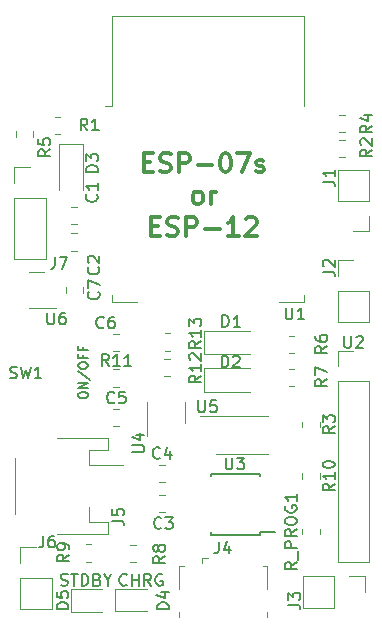
<source format=gto>
G04 #@! TF.GenerationSoftware,KiCad,Pcbnew,(5.1.12)-1*
G04 #@! TF.CreationDate,2021-12-21T15:59:21+01:00*
G04 #@! TF.ProjectId,iot-postbox,696f742d-706f-4737-9462-6f782e6b6963,v0.3*
G04 #@! TF.SameCoordinates,Original*
G04 #@! TF.FileFunction,Legend,Top*
G04 #@! TF.FilePolarity,Positive*
%FSLAX46Y46*%
G04 Gerber Fmt 4.6, Leading zero omitted, Abs format (unit mm)*
G04 Created by KiCad (PCBNEW (5.1.12)-1) date 2021-12-21 15:59:21*
%MOMM*%
%LPD*%
G01*
G04 APERTURE LIST*
%ADD10C,0.300000*%
%ADD11C,0.150000*%
%ADD12C,0.120000*%
G04 APERTURE END LIST*
D10*
X111285653Y-113901254D02*
X111818986Y-113901254D01*
X112047558Y-114739349D02*
X111285653Y-114739349D01*
X111285653Y-113139349D01*
X112047558Y-113139349D01*
X112657081Y-114663159D02*
X112885653Y-114739349D01*
X113266605Y-114739349D01*
X113418986Y-114663159D01*
X113495177Y-114586968D01*
X113571367Y-114434587D01*
X113571367Y-114282206D01*
X113495177Y-114129825D01*
X113418986Y-114053635D01*
X113266605Y-113977444D01*
X112961843Y-113901254D01*
X112809462Y-113825063D01*
X112733272Y-113748873D01*
X112657081Y-113596492D01*
X112657081Y-113444111D01*
X112733272Y-113291730D01*
X112809462Y-113215540D01*
X112961843Y-113139349D01*
X113342796Y-113139349D01*
X113571367Y-113215540D01*
X114257081Y-114739349D02*
X114257081Y-113139349D01*
X114866605Y-113139349D01*
X115018986Y-113215540D01*
X115095177Y-113291730D01*
X115171367Y-113444111D01*
X115171367Y-113672682D01*
X115095177Y-113825063D01*
X115018986Y-113901254D01*
X114866605Y-113977444D01*
X114257081Y-113977444D01*
X115857081Y-114129825D02*
X117076129Y-114129825D01*
X118142796Y-113139349D02*
X118295177Y-113139349D01*
X118447558Y-113215540D01*
X118523748Y-113291730D01*
X118599939Y-113444111D01*
X118676129Y-113748873D01*
X118676129Y-114129825D01*
X118599939Y-114434587D01*
X118523748Y-114586968D01*
X118447558Y-114663159D01*
X118295177Y-114739349D01*
X118142796Y-114739349D01*
X117990415Y-114663159D01*
X117914224Y-114586968D01*
X117838034Y-114434587D01*
X117761843Y-114129825D01*
X117761843Y-113748873D01*
X117838034Y-113444111D01*
X117914224Y-113291730D01*
X117990415Y-113215540D01*
X118142796Y-113139349D01*
X119209462Y-113139349D02*
X120276129Y-113139349D01*
X119590415Y-114739349D01*
X120809462Y-114663159D02*
X120961843Y-114739349D01*
X121266605Y-114739349D01*
X121418986Y-114663159D01*
X121495177Y-114510778D01*
X121495177Y-114434587D01*
X121418986Y-114282206D01*
X121266605Y-114206016D01*
X121038034Y-114206016D01*
X120885653Y-114129825D01*
X120809462Y-113977444D01*
X120809462Y-113901254D01*
X120885653Y-113748873D01*
X121038034Y-113672682D01*
X121266605Y-113672682D01*
X121418986Y-113748873D01*
X115742796Y-117439349D02*
X115590415Y-117363159D01*
X115514224Y-117286968D01*
X115438034Y-117134587D01*
X115438034Y-116677444D01*
X115514224Y-116525063D01*
X115590415Y-116448873D01*
X115742796Y-116372682D01*
X115971367Y-116372682D01*
X116123748Y-116448873D01*
X116199939Y-116525063D01*
X116276129Y-116677444D01*
X116276129Y-117134587D01*
X116199939Y-117286968D01*
X116123748Y-117363159D01*
X115971367Y-117439349D01*
X115742796Y-117439349D01*
X116961843Y-117439349D02*
X116961843Y-116372682D01*
X116961843Y-116677444D02*
X117038034Y-116525063D01*
X117114224Y-116448873D01*
X117266605Y-116372682D01*
X117418986Y-116372682D01*
X111933272Y-119301254D02*
X112466605Y-119301254D01*
X112695177Y-120139349D02*
X111933272Y-120139349D01*
X111933272Y-118539349D01*
X112695177Y-118539349D01*
X113304700Y-120063159D02*
X113533272Y-120139349D01*
X113914224Y-120139349D01*
X114066605Y-120063159D01*
X114142796Y-119986968D01*
X114218986Y-119834587D01*
X114218986Y-119682206D01*
X114142796Y-119529825D01*
X114066605Y-119453635D01*
X113914224Y-119377444D01*
X113609462Y-119301254D01*
X113457081Y-119225063D01*
X113380891Y-119148873D01*
X113304700Y-118996492D01*
X113304700Y-118844111D01*
X113380891Y-118691730D01*
X113457081Y-118615540D01*
X113609462Y-118539349D01*
X113990415Y-118539349D01*
X114218986Y-118615540D01*
X114904700Y-120139349D02*
X114904700Y-118539349D01*
X115514224Y-118539349D01*
X115666605Y-118615540D01*
X115742796Y-118691730D01*
X115818986Y-118844111D01*
X115818986Y-119072682D01*
X115742796Y-119225063D01*
X115666605Y-119301254D01*
X115514224Y-119377444D01*
X114904700Y-119377444D01*
X116504700Y-119529825D02*
X117723748Y-119529825D01*
X119323748Y-120139349D02*
X118409462Y-120139349D01*
X118866605Y-120139349D02*
X118866605Y-118539349D01*
X118714224Y-118767920D01*
X118561843Y-118920301D01*
X118409462Y-118996492D01*
X119933272Y-118691730D02*
X120009462Y-118615540D01*
X120161843Y-118539349D01*
X120542796Y-118539349D01*
X120695177Y-118615540D01*
X120771367Y-118691730D01*
X120847558Y-118844111D01*
X120847558Y-118996492D01*
X120771367Y-119225063D01*
X119857081Y-120139349D01*
X120847558Y-120139349D01*
D11*
X105751684Y-133696547D02*
X105751684Y-133544166D01*
X105789780Y-133467976D01*
X105865970Y-133391785D01*
X106018351Y-133353690D01*
X106285018Y-133353690D01*
X106437399Y-133391785D01*
X106513589Y-133467976D01*
X106551684Y-133544166D01*
X106551684Y-133696547D01*
X106513589Y-133772738D01*
X106437399Y-133848928D01*
X106285018Y-133887024D01*
X106018351Y-133887024D01*
X105865970Y-133848928D01*
X105789780Y-133772738D01*
X105751684Y-133696547D01*
X106551684Y-133010833D02*
X105751684Y-133010833D01*
X106551684Y-132553690D01*
X105751684Y-132553690D01*
X105713589Y-131601309D02*
X106742160Y-132287024D01*
X105751684Y-131182262D02*
X105751684Y-131029881D01*
X105789780Y-130953690D01*
X105865970Y-130877500D01*
X106018351Y-130839405D01*
X106285018Y-130839405D01*
X106437399Y-130877500D01*
X106513589Y-130953690D01*
X106551684Y-131029881D01*
X106551684Y-131182262D01*
X106513589Y-131258452D01*
X106437399Y-131334643D01*
X106285018Y-131372738D01*
X106018351Y-131372738D01*
X105865970Y-131334643D01*
X105789780Y-131258452D01*
X105751684Y-131182262D01*
X106132637Y-130229881D02*
X106132637Y-130496547D01*
X106551684Y-130496547D02*
X105751684Y-130496547D01*
X105751684Y-130115595D01*
X106132637Y-129544166D02*
X106132637Y-129810833D01*
X106551684Y-129810833D02*
X105751684Y-129810833D01*
X105751684Y-129429881D01*
D12*
X100339000Y-114310000D02*
X101669000Y-114310000D01*
X100339000Y-115640000D02*
X100339000Y-114310000D01*
X100339000Y-116910000D02*
X102999000Y-116910000D01*
X102999000Y-116910000D02*
X102999000Y-122050000D01*
X100339000Y-116910000D02*
X100339000Y-122050000D01*
X100339000Y-122050000D02*
X102999000Y-122050000D01*
X127702000Y-147748000D02*
X130362000Y-147748000D01*
X127702000Y-132448000D02*
X127702000Y-147748000D01*
X130362000Y-132448000D02*
X130362000Y-147748000D01*
X127702000Y-132448000D02*
X130362000Y-132448000D01*
X127702000Y-131178000D02*
X127702000Y-129848000D01*
X127702000Y-129848000D02*
X129032000Y-129848000D01*
X102225000Y-126260000D02*
X103900000Y-126260000D01*
X102225000Y-126260000D02*
X101575000Y-126260000D01*
X102225000Y-123140000D02*
X102875000Y-123140000D01*
X102225000Y-123140000D02*
X101575000Y-123140000D01*
X119650000Y-135390000D02*
X116050000Y-135390000D01*
X119650000Y-135390000D02*
X121850000Y-135390000D01*
X119650000Y-138610000D02*
X117450000Y-138610000D01*
X119650000Y-138610000D02*
X121850000Y-138610000D01*
X111590000Y-134150000D02*
X111590000Y-137100000D01*
X114810000Y-135950000D02*
X114810000Y-134150000D01*
D11*
X121125000Y-145225000D02*
X122425000Y-145225000D01*
X121125000Y-140275000D02*
X116975000Y-140275000D01*
X121125000Y-145425000D02*
X116975000Y-145425000D01*
X121125000Y-140275000D02*
X121125000Y-140475000D01*
X116975000Y-140275000D02*
X116975000Y-140475000D01*
X116975000Y-145425000D02*
X116975000Y-145225000D01*
X121125000Y-145425000D02*
X121125000Y-145225000D01*
D12*
X108640000Y-109130000D02*
X108030000Y-109130000D01*
X108640000Y-109130000D02*
X108640000Y-101510000D01*
X108640000Y-125750000D02*
X108640000Y-125130000D01*
X110760000Y-125750000D02*
X108640000Y-125750000D01*
X124880000Y-125750000D02*
X122760000Y-125750000D01*
X124880000Y-125130000D02*
X124880000Y-125750000D01*
X124880000Y-101510000D02*
X124880000Y-109130000D01*
X108640000Y-101510000D02*
X124880000Y-101510000D01*
X124705000Y-145397064D02*
X124705000Y-144942936D01*
X126175000Y-145397064D02*
X126175000Y-144942936D01*
X113527064Y-128365000D02*
X113072936Y-128365000D01*
X113527064Y-129835000D02*
X113072936Y-129835000D01*
X113022936Y-131985000D02*
X113477064Y-131985000D01*
X113022936Y-130515000D02*
X113477064Y-130515000D01*
X108722936Y-132885000D02*
X109177064Y-132885000D01*
X108722936Y-131415000D02*
X109177064Y-131415000D01*
X126175000Y-140232936D02*
X126175000Y-140687064D01*
X124705000Y-140232936D02*
X124705000Y-140687064D01*
X106402936Y-146235000D02*
X106857064Y-146235000D01*
X106402936Y-147705000D02*
X106857064Y-147705000D01*
X110597064Y-146305000D02*
X110142936Y-146305000D01*
X110597064Y-147775000D02*
X110142936Y-147775000D01*
X123572936Y-130075000D02*
X124027064Y-130075000D01*
X123572936Y-128605000D02*
X124027064Y-128605000D01*
X123572936Y-132850000D02*
X124027064Y-132850000D01*
X123572936Y-131380000D02*
X124027064Y-131380000D01*
X100459000Y-111262936D02*
X100459000Y-111717064D01*
X101929000Y-111262936D02*
X101929000Y-111717064D01*
X127860936Y-109855000D02*
X128315064Y-109855000D01*
X127860936Y-111325000D02*
X128315064Y-111325000D01*
X126175000Y-135862936D02*
X126175000Y-136317064D01*
X124705000Y-135862936D02*
X124705000Y-136317064D01*
X127860936Y-111975000D02*
X128315064Y-111975000D01*
X127860936Y-113445000D02*
X128315064Y-113445000D01*
X103757936Y-111515000D02*
X104212064Y-111515000D01*
X103757936Y-110045000D02*
X104212064Y-110045000D01*
X100850000Y-146490000D02*
X102180000Y-146490000D01*
X100850000Y-147820000D02*
X100850000Y-146490000D01*
X100850000Y-149090000D02*
X103510000Y-149090000D01*
X103510000Y-149090000D02*
X103510000Y-151690000D01*
X100850000Y-149090000D02*
X100850000Y-151690000D01*
X100850000Y-151690000D02*
X103510000Y-151690000D01*
X103990000Y-137250000D02*
X108240000Y-137250000D01*
X108240000Y-137250000D02*
X108240000Y-138270000D01*
X108240000Y-138270000D02*
X106640000Y-138270000D01*
X106640000Y-138270000D02*
X106640000Y-139550000D01*
X106640000Y-139550000D02*
X109530000Y-139550000D01*
X103990000Y-145370000D02*
X108240000Y-145370000D01*
X108240000Y-145370000D02*
X108240000Y-144350000D01*
X108240000Y-144350000D02*
X106640000Y-144350000D01*
X106640000Y-144350000D02*
X106640000Y-143070000D01*
X100420000Y-138970000D02*
X100420000Y-143650000D01*
X116250000Y-147830000D02*
X116250000Y-147380000D01*
X116700000Y-147380000D02*
X116250000Y-147380000D01*
X114250000Y-148060000D02*
X114670000Y-148060000D01*
X114250000Y-150040000D02*
X114250000Y-148060000D01*
X114250000Y-152410000D02*
X114250000Y-152010000D01*
X121770000Y-152010000D02*
X121770000Y-152410000D01*
X121770000Y-148060000D02*
X121350000Y-148060000D01*
X121770000Y-150040000D02*
X121770000Y-148060000D01*
X124790000Y-148930000D02*
X124790000Y-151590000D01*
X127390000Y-148930000D02*
X124790000Y-148930000D01*
X127390000Y-151590000D02*
X124790000Y-151590000D01*
X127390000Y-148930000D02*
X127390000Y-151590000D01*
X128660000Y-148930000D02*
X129990000Y-148930000D01*
X129990000Y-148930000D02*
X129990000Y-150260000D01*
X130360000Y-119750000D02*
X129030000Y-119750000D01*
X130360000Y-118420000D02*
X130360000Y-119750000D01*
X130360000Y-117150000D02*
X127700000Y-117150000D01*
X127700000Y-117150000D02*
X127700000Y-114550000D01*
X130360000Y-117150000D02*
X130360000Y-114550000D01*
X130360000Y-114550000D02*
X127700000Y-114550000D01*
X127700000Y-122190000D02*
X129030000Y-122190000D01*
X127700000Y-123520000D02*
X127700000Y-122190000D01*
X127700000Y-124790000D02*
X130360000Y-124790000D01*
X130360000Y-124790000D02*
X130360000Y-127390000D01*
X127700000Y-124790000D02*
X127700000Y-127390000D01*
X127700000Y-127390000D02*
X130360000Y-127390000D01*
X107798000Y-150030000D02*
X105113000Y-150030000D01*
X105113000Y-150030000D02*
X105113000Y-151950000D01*
X105113000Y-151950000D02*
X107798000Y-151950000D01*
X108895000Y-151920000D02*
X111580000Y-151920000D01*
X108895000Y-150000000D02*
X108895000Y-151920000D01*
X111580000Y-150000000D02*
X108895000Y-150000000D01*
X106115000Y-112350000D02*
X106115000Y-116250000D01*
X104115000Y-112350000D02*
X104115000Y-116250000D01*
X106115000Y-112350000D02*
X104115000Y-112350000D01*
X116430000Y-131315000D02*
X120330000Y-131315000D01*
X116430000Y-133315000D02*
X120330000Y-133315000D01*
X116430000Y-131315000D02*
X116430000Y-133315000D01*
X116430000Y-128140000D02*
X120330000Y-128140000D01*
X116430000Y-130140000D02*
X120330000Y-130140000D01*
X116430000Y-128140000D02*
X116430000Y-130140000D01*
X104690000Y-124438748D02*
X104690000Y-124961252D01*
X106160000Y-124438748D02*
X106160000Y-124961252D01*
X108688748Y-129865000D02*
X109211252Y-129865000D01*
X108688748Y-128395000D02*
X109211252Y-128395000D01*
X109211252Y-134745000D02*
X108688748Y-134745000D01*
X109211252Y-136215000D02*
X108688748Y-136215000D01*
X112578748Y-140975000D02*
X113101252Y-140975000D01*
X112578748Y-139505000D02*
X113101252Y-139505000D01*
X112578748Y-143525000D02*
X113101252Y-143525000D01*
X112578748Y-142055000D02*
X113101252Y-142055000D01*
X105680252Y-119895000D02*
X105157748Y-119895000D01*
X105680252Y-121365000D02*
X105157748Y-121365000D01*
X105680252Y-117640000D02*
X105157748Y-117640000D01*
X105680252Y-119110000D02*
X105157748Y-119110000D01*
D11*
X103785446Y-121892200D02*
X103785446Y-122606486D01*
X103737827Y-122749343D01*
X103642589Y-122844581D01*
X103499732Y-122892200D01*
X103404494Y-122892200D01*
X104166399Y-121892200D02*
X104833065Y-121892200D01*
X104404494Y-122892200D01*
X128275175Y-128616160D02*
X128275175Y-129425684D01*
X128322794Y-129520922D01*
X128370413Y-129568541D01*
X128465651Y-129616160D01*
X128656127Y-129616160D01*
X128751365Y-129568541D01*
X128798984Y-129520922D01*
X128846603Y-129425684D01*
X128846603Y-128616160D01*
X129275175Y-128711399D02*
X129322794Y-128663780D01*
X129418032Y-128616160D01*
X129656127Y-128616160D01*
X129751365Y-128663780D01*
X129798984Y-128711399D01*
X129846603Y-128806637D01*
X129846603Y-128901875D01*
X129798984Y-129044732D01*
X129227556Y-129616160D01*
X129846603Y-129616160D01*
X99969666Y-132143761D02*
X100112523Y-132191380D01*
X100350619Y-132191380D01*
X100445857Y-132143761D01*
X100493476Y-132096142D01*
X100541095Y-132000904D01*
X100541095Y-131905666D01*
X100493476Y-131810428D01*
X100445857Y-131762809D01*
X100350619Y-131715190D01*
X100160142Y-131667571D01*
X100064904Y-131619952D01*
X100017285Y-131572333D01*
X99969666Y-131477095D01*
X99969666Y-131381857D01*
X100017285Y-131286619D01*
X100064904Y-131239000D01*
X100160142Y-131191380D01*
X100398238Y-131191380D01*
X100541095Y-131239000D01*
X100874428Y-131191380D02*
X101112523Y-132191380D01*
X101303000Y-131477095D01*
X101493476Y-132191380D01*
X101731571Y-131191380D01*
X102636333Y-132191380D02*
X102064904Y-132191380D01*
X102350619Y-132191380D02*
X102350619Y-131191380D01*
X102255380Y-131334238D01*
X102160142Y-131429476D01*
X102064904Y-131477095D01*
X103131875Y-126617200D02*
X103131875Y-127426724D01*
X103179494Y-127521962D01*
X103227113Y-127569581D01*
X103322351Y-127617200D01*
X103512827Y-127617200D01*
X103608065Y-127569581D01*
X103655684Y-127521962D01*
X103703303Y-127426724D01*
X103703303Y-126617200D01*
X104608065Y-126617200D02*
X104417589Y-126617200D01*
X104322351Y-126664820D01*
X104274732Y-126712439D01*
X104179494Y-126855296D01*
X104131875Y-127045772D01*
X104131875Y-127426724D01*
X104179494Y-127521962D01*
X104227113Y-127569581D01*
X104322351Y-127617200D01*
X104512827Y-127617200D01*
X104608065Y-127569581D01*
X104655684Y-127521962D01*
X104703303Y-127426724D01*
X104703303Y-127188629D01*
X104655684Y-127093391D01*
X104608065Y-127045772D01*
X104512827Y-126998153D01*
X104322351Y-126998153D01*
X104227113Y-127045772D01*
X104179494Y-127093391D01*
X104131875Y-127188629D01*
X115900295Y-134046980D02*
X115900295Y-134856504D01*
X115947914Y-134951742D01*
X115995533Y-134999361D01*
X116090771Y-135046980D01*
X116281247Y-135046980D01*
X116376485Y-134999361D01*
X116424104Y-134951742D01*
X116471723Y-134856504D01*
X116471723Y-134046980D01*
X117424104Y-134046980D02*
X116947914Y-134046980D01*
X116900295Y-134523171D01*
X116947914Y-134475552D01*
X117043152Y-134427933D01*
X117281247Y-134427933D01*
X117376485Y-134475552D01*
X117424104Y-134523171D01*
X117471723Y-134618409D01*
X117471723Y-134856504D01*
X117424104Y-134951742D01*
X117376485Y-134999361D01*
X117281247Y-135046980D01*
X117043152Y-135046980D01*
X116947914Y-134999361D01*
X116900295Y-134951742D01*
X110323380Y-138429904D02*
X111132904Y-138429904D01*
X111228142Y-138382285D01*
X111275761Y-138334666D01*
X111323380Y-138239428D01*
X111323380Y-138048952D01*
X111275761Y-137953714D01*
X111228142Y-137906095D01*
X111132904Y-137858476D01*
X110323380Y-137858476D01*
X110656714Y-136953714D02*
X111323380Y-136953714D01*
X110275761Y-137191809D02*
X110990047Y-137429904D01*
X110990047Y-136810857D01*
X118237095Y-138898380D02*
X118237095Y-139707904D01*
X118284714Y-139803142D01*
X118332333Y-139850761D01*
X118427571Y-139898380D01*
X118618047Y-139898380D01*
X118713285Y-139850761D01*
X118760904Y-139803142D01*
X118808523Y-139707904D01*
X118808523Y-138898380D01*
X119189476Y-138898380D02*
X119808523Y-138898380D01*
X119475190Y-139279333D01*
X119618047Y-139279333D01*
X119713285Y-139326952D01*
X119760904Y-139374571D01*
X119808523Y-139469809D01*
X119808523Y-139707904D01*
X119760904Y-139803142D01*
X119713285Y-139850761D01*
X119618047Y-139898380D01*
X119332333Y-139898380D01*
X119237095Y-139850761D01*
X119189476Y-139803142D01*
X123317095Y-126198380D02*
X123317095Y-127007904D01*
X123364714Y-127103142D01*
X123412333Y-127150761D01*
X123507571Y-127198380D01*
X123698047Y-127198380D01*
X123793285Y-127150761D01*
X123840904Y-127103142D01*
X123888523Y-127007904D01*
X123888523Y-126198380D01*
X124888523Y-127198380D02*
X124317095Y-127198380D01*
X124602809Y-127198380D02*
X124602809Y-126198380D01*
X124507571Y-126341238D01*
X124412333Y-126436476D01*
X124317095Y-126484095D01*
X124242380Y-147741428D02*
X123766190Y-148074761D01*
X124242380Y-148312857D02*
X123242380Y-148312857D01*
X123242380Y-147931904D01*
X123290000Y-147836666D01*
X123337619Y-147789047D01*
X123432857Y-147741428D01*
X123575714Y-147741428D01*
X123670952Y-147789047D01*
X123718571Y-147836666D01*
X123766190Y-147931904D01*
X123766190Y-148312857D01*
X124337619Y-147550952D02*
X124337619Y-146789047D01*
X124242380Y-146550952D02*
X123242380Y-146550952D01*
X123242380Y-146170000D01*
X123290000Y-146074761D01*
X123337619Y-146027142D01*
X123432857Y-145979523D01*
X123575714Y-145979523D01*
X123670952Y-146027142D01*
X123718571Y-146074761D01*
X123766190Y-146170000D01*
X123766190Y-146550952D01*
X124242380Y-144979523D02*
X123766190Y-145312857D01*
X124242380Y-145550952D02*
X123242380Y-145550952D01*
X123242380Y-145170000D01*
X123290000Y-145074761D01*
X123337619Y-145027142D01*
X123432857Y-144979523D01*
X123575714Y-144979523D01*
X123670952Y-145027142D01*
X123718571Y-145074761D01*
X123766190Y-145170000D01*
X123766190Y-145550952D01*
X123242380Y-144360476D02*
X123242380Y-144170000D01*
X123290000Y-144074761D01*
X123385238Y-143979523D01*
X123575714Y-143931904D01*
X123909047Y-143931904D01*
X124099523Y-143979523D01*
X124194761Y-144074761D01*
X124242380Y-144170000D01*
X124242380Y-144360476D01*
X124194761Y-144455714D01*
X124099523Y-144550952D01*
X123909047Y-144598571D01*
X123575714Y-144598571D01*
X123385238Y-144550952D01*
X123290000Y-144455714D01*
X123242380Y-144360476D01*
X123290000Y-142979523D02*
X123242380Y-143074761D01*
X123242380Y-143217619D01*
X123290000Y-143360476D01*
X123385238Y-143455714D01*
X123480476Y-143503333D01*
X123670952Y-143550952D01*
X123813809Y-143550952D01*
X124004285Y-143503333D01*
X124099523Y-143455714D01*
X124194761Y-143360476D01*
X124242380Y-143217619D01*
X124242380Y-143122380D01*
X124194761Y-142979523D01*
X124147142Y-142931904D01*
X123813809Y-142931904D01*
X123813809Y-143122380D01*
X124242380Y-141979523D02*
X124242380Y-142550952D01*
X124242380Y-142265238D02*
X123242380Y-142265238D01*
X123385238Y-142360476D01*
X123480476Y-142455714D01*
X123528095Y-142550952D01*
X116149380Y-129039857D02*
X115673190Y-129373190D01*
X116149380Y-129611285D02*
X115149380Y-129611285D01*
X115149380Y-129230333D01*
X115197000Y-129135095D01*
X115244619Y-129087476D01*
X115339857Y-129039857D01*
X115482714Y-129039857D01*
X115577952Y-129087476D01*
X115625571Y-129135095D01*
X115673190Y-129230333D01*
X115673190Y-129611285D01*
X116149380Y-128087476D02*
X116149380Y-128658904D01*
X116149380Y-128373190D02*
X115149380Y-128373190D01*
X115292238Y-128468428D01*
X115387476Y-128563666D01*
X115435095Y-128658904D01*
X115149380Y-127754142D02*
X115149380Y-127135095D01*
X115530333Y-127468428D01*
X115530333Y-127325571D01*
X115577952Y-127230333D01*
X115625571Y-127182714D01*
X115720809Y-127135095D01*
X115958904Y-127135095D01*
X116054142Y-127182714D01*
X116101761Y-127230333D01*
X116149380Y-127325571D01*
X116149380Y-127611285D01*
X116101761Y-127706523D01*
X116054142Y-127754142D01*
X116149380Y-131960857D02*
X115673190Y-132294190D01*
X116149380Y-132532285D02*
X115149380Y-132532285D01*
X115149380Y-132151333D01*
X115197000Y-132056095D01*
X115244619Y-132008476D01*
X115339857Y-131960857D01*
X115482714Y-131960857D01*
X115577952Y-132008476D01*
X115625571Y-132056095D01*
X115673190Y-132151333D01*
X115673190Y-132532285D01*
X116149380Y-131008476D02*
X116149380Y-131579904D01*
X116149380Y-131294190D02*
X115149380Y-131294190D01*
X115292238Y-131389428D01*
X115387476Y-131484666D01*
X115435095Y-131579904D01*
X115244619Y-130627523D02*
X115197000Y-130579904D01*
X115149380Y-130484666D01*
X115149380Y-130246571D01*
X115197000Y-130151333D01*
X115244619Y-130103714D01*
X115339857Y-130056095D01*
X115435095Y-130056095D01*
X115577952Y-130103714D01*
X116149380Y-130675142D01*
X116149380Y-130056095D01*
X108323142Y-131135380D02*
X107989809Y-130659190D01*
X107751714Y-131135380D02*
X107751714Y-130135380D01*
X108132666Y-130135380D01*
X108227904Y-130183000D01*
X108275523Y-130230619D01*
X108323142Y-130325857D01*
X108323142Y-130468714D01*
X108275523Y-130563952D01*
X108227904Y-130611571D01*
X108132666Y-130659190D01*
X107751714Y-130659190D01*
X109275523Y-131135380D02*
X108704095Y-131135380D01*
X108989809Y-131135380D02*
X108989809Y-130135380D01*
X108894571Y-130278238D01*
X108799333Y-130373476D01*
X108704095Y-130421095D01*
X110227904Y-131135380D02*
X109656476Y-131135380D01*
X109942190Y-131135380D02*
X109942190Y-130135380D01*
X109846952Y-130278238D01*
X109751714Y-130373476D01*
X109656476Y-130421095D01*
X127452380Y-141104857D02*
X126976190Y-141438190D01*
X127452380Y-141676285D02*
X126452380Y-141676285D01*
X126452380Y-141295333D01*
X126500000Y-141200095D01*
X126547619Y-141152476D01*
X126642857Y-141104857D01*
X126785714Y-141104857D01*
X126880952Y-141152476D01*
X126928571Y-141200095D01*
X126976190Y-141295333D01*
X126976190Y-141676285D01*
X127452380Y-140152476D02*
X127452380Y-140723904D01*
X127452380Y-140438190D02*
X126452380Y-140438190D01*
X126595238Y-140533428D01*
X126690476Y-140628666D01*
X126738095Y-140723904D01*
X126452380Y-139533428D02*
X126452380Y-139438190D01*
X126500000Y-139342952D01*
X126547619Y-139295333D01*
X126642857Y-139247714D01*
X126833333Y-139200095D01*
X127071428Y-139200095D01*
X127261904Y-139247714D01*
X127357142Y-139295333D01*
X127404761Y-139342952D01*
X127452380Y-139438190D01*
X127452380Y-139533428D01*
X127404761Y-139628666D01*
X127357142Y-139676285D01*
X127261904Y-139723904D01*
X127071428Y-139771523D01*
X126833333Y-139771523D01*
X126642857Y-139723904D01*
X126547619Y-139676285D01*
X126500000Y-139628666D01*
X126452380Y-139533428D01*
X104973380Y-147105666D02*
X104497190Y-147439000D01*
X104973380Y-147677095D02*
X103973380Y-147677095D01*
X103973380Y-147296142D01*
X104021000Y-147200904D01*
X104068619Y-147153285D01*
X104163857Y-147105666D01*
X104306714Y-147105666D01*
X104401952Y-147153285D01*
X104449571Y-147200904D01*
X104497190Y-147296142D01*
X104497190Y-147677095D01*
X104973380Y-146629476D02*
X104973380Y-146439000D01*
X104925761Y-146343761D01*
X104878142Y-146296142D01*
X104735285Y-146200904D01*
X104544809Y-146153285D01*
X104163857Y-146153285D01*
X104068619Y-146200904D01*
X104021000Y-146248523D01*
X103973380Y-146343761D01*
X103973380Y-146534238D01*
X104021000Y-146629476D01*
X104068619Y-146677095D01*
X104163857Y-146724714D01*
X104401952Y-146724714D01*
X104497190Y-146677095D01*
X104544809Y-146629476D01*
X104592428Y-146534238D01*
X104592428Y-146343761D01*
X104544809Y-146248523D01*
X104497190Y-146200904D01*
X104401952Y-146153285D01*
X113101380Y-147232666D02*
X112625190Y-147566000D01*
X113101380Y-147804095D02*
X112101380Y-147804095D01*
X112101380Y-147423142D01*
X112149000Y-147327904D01*
X112196619Y-147280285D01*
X112291857Y-147232666D01*
X112434714Y-147232666D01*
X112529952Y-147280285D01*
X112577571Y-147327904D01*
X112625190Y-147423142D01*
X112625190Y-147804095D01*
X112529952Y-146661238D02*
X112482333Y-146756476D01*
X112434714Y-146804095D01*
X112339476Y-146851714D01*
X112291857Y-146851714D01*
X112196619Y-146804095D01*
X112149000Y-146756476D01*
X112101380Y-146661238D01*
X112101380Y-146470761D01*
X112149000Y-146375523D01*
X112196619Y-146327904D01*
X112291857Y-146280285D01*
X112339476Y-146280285D01*
X112434714Y-146327904D01*
X112482333Y-146375523D01*
X112529952Y-146470761D01*
X112529952Y-146661238D01*
X112577571Y-146756476D01*
X112625190Y-146804095D01*
X112720428Y-146851714D01*
X112910904Y-146851714D01*
X113006142Y-146804095D01*
X113053761Y-146756476D01*
X113101380Y-146661238D01*
X113101380Y-146470761D01*
X113053761Y-146375523D01*
X113006142Y-146327904D01*
X112910904Y-146280285D01*
X112720428Y-146280285D01*
X112625190Y-146327904D01*
X112577571Y-146375523D01*
X112529952Y-146470761D01*
X126817380Y-129452666D02*
X126341190Y-129786000D01*
X126817380Y-130024095D02*
X125817380Y-130024095D01*
X125817380Y-129643142D01*
X125865000Y-129547904D01*
X125912619Y-129500285D01*
X126007857Y-129452666D01*
X126150714Y-129452666D01*
X126245952Y-129500285D01*
X126293571Y-129547904D01*
X126341190Y-129643142D01*
X126341190Y-130024095D01*
X125817380Y-128595523D02*
X125817380Y-128786000D01*
X125865000Y-128881238D01*
X125912619Y-128928857D01*
X126055476Y-129024095D01*
X126245952Y-129071714D01*
X126626904Y-129071714D01*
X126722142Y-129024095D01*
X126769761Y-128976476D01*
X126817380Y-128881238D01*
X126817380Y-128690761D01*
X126769761Y-128595523D01*
X126722142Y-128547904D01*
X126626904Y-128500285D01*
X126388809Y-128500285D01*
X126293571Y-128547904D01*
X126245952Y-128595523D01*
X126198333Y-128690761D01*
X126198333Y-128881238D01*
X126245952Y-128976476D01*
X126293571Y-129024095D01*
X126388809Y-129071714D01*
X126817380Y-132246666D02*
X126341190Y-132580000D01*
X126817380Y-132818095D02*
X125817380Y-132818095D01*
X125817380Y-132437142D01*
X125865000Y-132341904D01*
X125912619Y-132294285D01*
X126007857Y-132246666D01*
X126150714Y-132246666D01*
X126245952Y-132294285D01*
X126293571Y-132341904D01*
X126341190Y-132437142D01*
X126341190Y-132818095D01*
X125817380Y-131913333D02*
X125817380Y-131246666D01*
X126817380Y-131675238D01*
X103371160Y-112806486D02*
X102894970Y-113139820D01*
X103371160Y-113377915D02*
X102371160Y-113377915D01*
X102371160Y-112996962D01*
X102418780Y-112901724D01*
X102466399Y-112854105D01*
X102561637Y-112806486D01*
X102704494Y-112806486D01*
X102799732Y-112854105D01*
X102847351Y-112901724D01*
X102894970Y-112996962D01*
X102894970Y-113377915D01*
X102371160Y-111901724D02*
X102371160Y-112377915D01*
X102847351Y-112425534D01*
X102799732Y-112377915D01*
X102752113Y-112282677D01*
X102752113Y-112044581D01*
X102799732Y-111949343D01*
X102847351Y-111901724D01*
X102942589Y-111854105D01*
X103180684Y-111854105D01*
X103275922Y-111901724D01*
X103323541Y-111949343D01*
X103371160Y-112044581D01*
X103371160Y-112282677D01*
X103323541Y-112377915D01*
X103275922Y-112425534D01*
X130627380Y-110783666D02*
X130151190Y-111117000D01*
X130627380Y-111355095D02*
X129627380Y-111355095D01*
X129627380Y-110974142D01*
X129675000Y-110878904D01*
X129722619Y-110831285D01*
X129817857Y-110783666D01*
X129960714Y-110783666D01*
X130055952Y-110831285D01*
X130103571Y-110878904D01*
X130151190Y-110974142D01*
X130151190Y-111355095D01*
X129960714Y-109926523D02*
X130627380Y-109926523D01*
X129579761Y-110164619D02*
X130294047Y-110402714D01*
X130294047Y-109783666D01*
X127452380Y-136256666D02*
X126976190Y-136590000D01*
X127452380Y-136828095D02*
X126452380Y-136828095D01*
X126452380Y-136447142D01*
X126500000Y-136351904D01*
X126547619Y-136304285D01*
X126642857Y-136256666D01*
X126785714Y-136256666D01*
X126880952Y-136304285D01*
X126928571Y-136351904D01*
X126976190Y-136447142D01*
X126976190Y-136828095D01*
X126452380Y-135923333D02*
X126452380Y-135304285D01*
X126833333Y-135637619D01*
X126833333Y-135494761D01*
X126880952Y-135399523D01*
X126928571Y-135351904D01*
X127023809Y-135304285D01*
X127261904Y-135304285D01*
X127357142Y-135351904D01*
X127404761Y-135399523D01*
X127452380Y-135494761D01*
X127452380Y-135780476D01*
X127404761Y-135875714D01*
X127357142Y-135923333D01*
X130627380Y-112815666D02*
X130151190Y-113149000D01*
X130627380Y-113387095D02*
X129627380Y-113387095D01*
X129627380Y-113006142D01*
X129675000Y-112910904D01*
X129722619Y-112863285D01*
X129817857Y-112815666D01*
X129960714Y-112815666D01*
X130055952Y-112863285D01*
X130103571Y-112910904D01*
X130151190Y-113006142D01*
X130151190Y-113387095D01*
X129722619Y-112434714D02*
X129675000Y-112387095D01*
X129627380Y-112291857D01*
X129627380Y-112053761D01*
X129675000Y-111958523D01*
X129722619Y-111910904D01*
X129817857Y-111863285D01*
X129913095Y-111863285D01*
X130055952Y-111910904D01*
X130627380Y-112482333D01*
X130627380Y-111863285D01*
X106513333Y-111196380D02*
X106180000Y-110720190D01*
X105941904Y-111196380D02*
X105941904Y-110196380D01*
X106322857Y-110196380D01*
X106418095Y-110244000D01*
X106465714Y-110291619D01*
X106513333Y-110386857D01*
X106513333Y-110529714D01*
X106465714Y-110624952D01*
X106418095Y-110672571D01*
X106322857Y-110720190D01*
X105941904Y-110720190D01*
X107465714Y-111196380D02*
X106894285Y-111196380D01*
X107180000Y-111196380D02*
X107180000Y-110196380D01*
X107084761Y-110339238D01*
X106989523Y-110434476D01*
X106894285Y-110482095D01*
X102790666Y-145502380D02*
X102790666Y-146216666D01*
X102743047Y-146359523D01*
X102647809Y-146454761D01*
X102504952Y-146502380D01*
X102409714Y-146502380D01*
X103695428Y-145502380D02*
X103504952Y-145502380D01*
X103409714Y-145550000D01*
X103362095Y-145597619D01*
X103266857Y-145740476D01*
X103219238Y-145930952D01*
X103219238Y-146311904D01*
X103266857Y-146407142D01*
X103314476Y-146454761D01*
X103409714Y-146502380D01*
X103600190Y-146502380D01*
X103695428Y-146454761D01*
X103743047Y-146407142D01*
X103790666Y-146311904D01*
X103790666Y-146073809D01*
X103743047Y-145978571D01*
X103695428Y-145930952D01*
X103600190Y-145883333D01*
X103409714Y-145883333D01*
X103314476Y-145930952D01*
X103266857Y-145978571D01*
X103219238Y-146073809D01*
X108621160Y-144223153D02*
X109335446Y-144223153D01*
X109478303Y-144270772D01*
X109573541Y-144366010D01*
X109621160Y-144508867D01*
X109621160Y-144604105D01*
X108621160Y-143270772D02*
X108621160Y-143746962D01*
X109097351Y-143794581D01*
X109049732Y-143746962D01*
X109002113Y-143651724D01*
X109002113Y-143413629D01*
X109049732Y-143318391D01*
X109097351Y-143270772D01*
X109192589Y-143223153D01*
X109430684Y-143223153D01*
X109525922Y-143270772D01*
X109573541Y-143318391D01*
X109621160Y-143413629D01*
X109621160Y-143651724D01*
X109573541Y-143746962D01*
X109525922Y-143794581D01*
X117649666Y-146010380D02*
X117649666Y-146724666D01*
X117602047Y-146867523D01*
X117506809Y-146962761D01*
X117363952Y-147010380D01*
X117268714Y-147010380D01*
X118554428Y-146343714D02*
X118554428Y-147010380D01*
X118316333Y-145962761D02*
X118078238Y-146677047D01*
X118697285Y-146677047D01*
X123531380Y-151336333D02*
X124245666Y-151336333D01*
X124388523Y-151383952D01*
X124483761Y-151479190D01*
X124531380Y-151622047D01*
X124531380Y-151717285D01*
X123531380Y-150955380D02*
X123531380Y-150336333D01*
X123912333Y-150669666D01*
X123912333Y-150526809D01*
X123959952Y-150431571D01*
X124007571Y-150383952D01*
X124102809Y-150336333D01*
X124340904Y-150336333D01*
X124436142Y-150383952D01*
X124483761Y-150431571D01*
X124531380Y-150526809D01*
X124531380Y-150812523D01*
X124483761Y-150907761D01*
X124436142Y-150955380D01*
X126452380Y-115522333D02*
X127166666Y-115522333D01*
X127309523Y-115569952D01*
X127404761Y-115665190D01*
X127452380Y-115808047D01*
X127452380Y-115903285D01*
X127452380Y-114522333D02*
X127452380Y-115093761D01*
X127452380Y-114808047D02*
X126452380Y-114808047D01*
X126595238Y-114903285D01*
X126690476Y-114998523D01*
X126738095Y-115093761D01*
X126452380Y-123142333D02*
X127166666Y-123142333D01*
X127309523Y-123189952D01*
X127404761Y-123285190D01*
X127452380Y-123428047D01*
X127452380Y-123523285D01*
X126547619Y-122713761D02*
X126500000Y-122666142D01*
X126452380Y-122570904D01*
X126452380Y-122332809D01*
X126500000Y-122237571D01*
X126547619Y-122189952D01*
X126642857Y-122142333D01*
X126738095Y-122142333D01*
X126880952Y-122189952D01*
X127452380Y-122761380D01*
X127452380Y-122142333D01*
X104921160Y-151727915D02*
X103921160Y-151727915D01*
X103921160Y-151489820D01*
X103968780Y-151346962D01*
X104064018Y-151251724D01*
X104159256Y-151204105D01*
X104349732Y-151156486D01*
X104492589Y-151156486D01*
X104683065Y-151204105D01*
X104778303Y-151251724D01*
X104873541Y-151346962D01*
X104921160Y-151489820D01*
X104921160Y-151727915D01*
X103921160Y-150251724D02*
X103921160Y-150727915D01*
X104397351Y-150775534D01*
X104349732Y-150727915D01*
X104302113Y-150632677D01*
X104302113Y-150394581D01*
X104349732Y-150299343D01*
X104397351Y-150251724D01*
X104492589Y-150204105D01*
X104730684Y-150204105D01*
X104825922Y-150251724D01*
X104873541Y-150299343D01*
X104921160Y-150394581D01*
X104921160Y-150632677D01*
X104873541Y-150727915D01*
X104825922Y-150775534D01*
X104273541Y-149694581D02*
X104416399Y-149742200D01*
X104654494Y-149742200D01*
X104749732Y-149694581D01*
X104797351Y-149646962D01*
X104844970Y-149551724D01*
X104844970Y-149456486D01*
X104797351Y-149361248D01*
X104749732Y-149313629D01*
X104654494Y-149266010D01*
X104464018Y-149218391D01*
X104368780Y-149170772D01*
X104321160Y-149123153D01*
X104273541Y-149027915D01*
X104273541Y-148932677D01*
X104321160Y-148837439D01*
X104368780Y-148789820D01*
X104464018Y-148742200D01*
X104702113Y-148742200D01*
X104844970Y-148789820D01*
X105130684Y-148742200D02*
X105702113Y-148742200D01*
X105416399Y-149742200D02*
X105416399Y-148742200D01*
X106035446Y-149742200D02*
X106035446Y-148742200D01*
X106273541Y-148742200D01*
X106416399Y-148789820D01*
X106511637Y-148885058D01*
X106559256Y-148980296D01*
X106606875Y-149170772D01*
X106606875Y-149313629D01*
X106559256Y-149504105D01*
X106511637Y-149599343D01*
X106416399Y-149694581D01*
X106273541Y-149742200D01*
X106035446Y-149742200D01*
X107368780Y-149218391D02*
X107511637Y-149266010D01*
X107559256Y-149313629D01*
X107606875Y-149408867D01*
X107606875Y-149551724D01*
X107559256Y-149646962D01*
X107511637Y-149694581D01*
X107416399Y-149742200D01*
X107035446Y-149742200D01*
X107035446Y-148742200D01*
X107368780Y-148742200D01*
X107464018Y-148789820D01*
X107511637Y-148837439D01*
X107559256Y-148932677D01*
X107559256Y-149027915D01*
X107511637Y-149123153D01*
X107464018Y-149170772D01*
X107368780Y-149218391D01*
X107035446Y-149218391D01*
X108225922Y-149266010D02*
X108225922Y-149742200D01*
X107892589Y-148742200D02*
X108225922Y-149266010D01*
X108559256Y-148742200D01*
X113421160Y-151727915D02*
X112421160Y-151727915D01*
X112421160Y-151489820D01*
X112468780Y-151346962D01*
X112564018Y-151251724D01*
X112659256Y-151204105D01*
X112849732Y-151156486D01*
X112992589Y-151156486D01*
X113183065Y-151204105D01*
X113278303Y-151251724D01*
X113373541Y-151346962D01*
X113421160Y-151489820D01*
X113421160Y-151727915D01*
X112754494Y-150299343D02*
X113421160Y-150299343D01*
X112373541Y-150537439D02*
X113087827Y-150775534D01*
X113087827Y-150156486D01*
X109854494Y-149646962D02*
X109806875Y-149694581D01*
X109664018Y-149742200D01*
X109568780Y-149742200D01*
X109425922Y-149694581D01*
X109330684Y-149599343D01*
X109283065Y-149504105D01*
X109235446Y-149313629D01*
X109235446Y-149170772D01*
X109283065Y-148980296D01*
X109330684Y-148885058D01*
X109425922Y-148789820D01*
X109568780Y-148742200D01*
X109664018Y-148742200D01*
X109806875Y-148789820D01*
X109854494Y-148837439D01*
X110283065Y-149742200D02*
X110283065Y-148742200D01*
X110283065Y-149218391D02*
X110854494Y-149218391D01*
X110854494Y-149742200D02*
X110854494Y-148742200D01*
X111902113Y-149742200D02*
X111568780Y-149266010D01*
X111330684Y-149742200D02*
X111330684Y-148742200D01*
X111711637Y-148742200D01*
X111806875Y-148789820D01*
X111854494Y-148837439D01*
X111902113Y-148932677D01*
X111902113Y-149075534D01*
X111854494Y-149170772D01*
X111806875Y-149218391D01*
X111711637Y-149266010D01*
X111330684Y-149266010D01*
X112854494Y-148789820D02*
X112759256Y-148742200D01*
X112616399Y-148742200D01*
X112473541Y-148789820D01*
X112378303Y-148885058D01*
X112330684Y-148980296D01*
X112283065Y-149170772D01*
X112283065Y-149313629D01*
X112330684Y-149504105D01*
X112378303Y-149599343D01*
X112473541Y-149694581D01*
X112616399Y-149742200D01*
X112711637Y-149742200D01*
X112854494Y-149694581D01*
X112902113Y-149646962D01*
X112902113Y-149313629D01*
X112711637Y-149313629D01*
X107421160Y-114707915D02*
X106421160Y-114707915D01*
X106421160Y-114469820D01*
X106468780Y-114326962D01*
X106564018Y-114231724D01*
X106659256Y-114184105D01*
X106849732Y-114136486D01*
X106992589Y-114136486D01*
X107183065Y-114184105D01*
X107278303Y-114231724D01*
X107373541Y-114326962D01*
X107421160Y-114469820D01*
X107421160Y-114707915D01*
X106421160Y-113803153D02*
X106421160Y-113184105D01*
X106802113Y-113517439D01*
X106802113Y-113374581D01*
X106849732Y-113279343D01*
X106897351Y-113231724D01*
X106992589Y-113184105D01*
X107230684Y-113184105D01*
X107325922Y-113231724D01*
X107373541Y-113279343D01*
X107421160Y-113374581D01*
X107421160Y-113660296D01*
X107373541Y-113755534D01*
X107325922Y-113803153D01*
X117879904Y-131262380D02*
X117879904Y-130262380D01*
X118118000Y-130262380D01*
X118260857Y-130310000D01*
X118356095Y-130405238D01*
X118403714Y-130500476D01*
X118451333Y-130690952D01*
X118451333Y-130833809D01*
X118403714Y-131024285D01*
X118356095Y-131119523D01*
X118260857Y-131214761D01*
X118118000Y-131262380D01*
X117879904Y-131262380D01*
X118832285Y-130357619D02*
X118879904Y-130310000D01*
X118975142Y-130262380D01*
X119213238Y-130262380D01*
X119308476Y-130310000D01*
X119356095Y-130357619D01*
X119403714Y-130452857D01*
X119403714Y-130548095D01*
X119356095Y-130690952D01*
X118784666Y-131262380D01*
X119403714Y-131262380D01*
X117941904Y-127833380D02*
X117941904Y-126833380D01*
X118180000Y-126833380D01*
X118322857Y-126881000D01*
X118418095Y-126976238D01*
X118465714Y-127071476D01*
X118513333Y-127261952D01*
X118513333Y-127404809D01*
X118465714Y-127595285D01*
X118418095Y-127690523D01*
X118322857Y-127785761D01*
X118180000Y-127833380D01*
X117941904Y-127833380D01*
X119465714Y-127833380D02*
X118894285Y-127833380D01*
X119180000Y-127833380D02*
X119180000Y-126833380D01*
X119084761Y-126976238D01*
X118989523Y-127071476D01*
X118894285Y-127119095D01*
X107462142Y-124866666D02*
X107509761Y-124914285D01*
X107557380Y-125057142D01*
X107557380Y-125152380D01*
X107509761Y-125295238D01*
X107414523Y-125390476D01*
X107319285Y-125438095D01*
X107128809Y-125485714D01*
X106985952Y-125485714D01*
X106795476Y-125438095D01*
X106700238Y-125390476D01*
X106605000Y-125295238D01*
X106557380Y-125152380D01*
X106557380Y-125057142D01*
X106605000Y-124914285D01*
X106652619Y-124866666D01*
X106557380Y-124533333D02*
X106557380Y-123866666D01*
X107557380Y-124295238D01*
X107910333Y-127865142D02*
X107862714Y-127912761D01*
X107719857Y-127960380D01*
X107624619Y-127960380D01*
X107481761Y-127912761D01*
X107386523Y-127817523D01*
X107338904Y-127722285D01*
X107291285Y-127531809D01*
X107291285Y-127388952D01*
X107338904Y-127198476D01*
X107386523Y-127103238D01*
X107481761Y-127008000D01*
X107624619Y-126960380D01*
X107719857Y-126960380D01*
X107862714Y-127008000D01*
X107910333Y-127055619D01*
X108767476Y-126960380D02*
X108577000Y-126960380D01*
X108481761Y-127008000D01*
X108434142Y-127055619D01*
X108338904Y-127198476D01*
X108291285Y-127388952D01*
X108291285Y-127769904D01*
X108338904Y-127865142D01*
X108386523Y-127912761D01*
X108481761Y-127960380D01*
X108672238Y-127960380D01*
X108767476Y-127912761D01*
X108815095Y-127865142D01*
X108862714Y-127769904D01*
X108862714Y-127531809D01*
X108815095Y-127436571D01*
X108767476Y-127388952D01*
X108672238Y-127341333D01*
X108481761Y-127341333D01*
X108386523Y-127388952D01*
X108338904Y-127436571D01*
X108291285Y-127531809D01*
X108799333Y-134215142D02*
X108751714Y-134262761D01*
X108608857Y-134310380D01*
X108513619Y-134310380D01*
X108370761Y-134262761D01*
X108275523Y-134167523D01*
X108227904Y-134072285D01*
X108180285Y-133881809D01*
X108180285Y-133738952D01*
X108227904Y-133548476D01*
X108275523Y-133453238D01*
X108370761Y-133358000D01*
X108513619Y-133310380D01*
X108608857Y-133310380D01*
X108751714Y-133358000D01*
X108799333Y-133405619D01*
X109704095Y-133310380D02*
X109227904Y-133310380D01*
X109180285Y-133786571D01*
X109227904Y-133738952D01*
X109323142Y-133691333D01*
X109561238Y-133691333D01*
X109656476Y-133738952D01*
X109704095Y-133786571D01*
X109751714Y-133881809D01*
X109751714Y-134119904D01*
X109704095Y-134215142D01*
X109656476Y-134262761D01*
X109561238Y-134310380D01*
X109323142Y-134310380D01*
X109227904Y-134262761D01*
X109180285Y-134215142D01*
X112673333Y-138917142D02*
X112625714Y-138964761D01*
X112482857Y-139012380D01*
X112387619Y-139012380D01*
X112244761Y-138964761D01*
X112149523Y-138869523D01*
X112101904Y-138774285D01*
X112054285Y-138583809D01*
X112054285Y-138440952D01*
X112101904Y-138250476D01*
X112149523Y-138155238D01*
X112244761Y-138060000D01*
X112387619Y-138012380D01*
X112482857Y-138012380D01*
X112625714Y-138060000D01*
X112673333Y-138107619D01*
X113530476Y-138345714D02*
X113530476Y-139012380D01*
X113292380Y-137964761D02*
X113054285Y-138679047D01*
X113673333Y-138679047D01*
X112787133Y-144832342D02*
X112739514Y-144879961D01*
X112596657Y-144927580D01*
X112501419Y-144927580D01*
X112358561Y-144879961D01*
X112263323Y-144784723D01*
X112215704Y-144689485D01*
X112168085Y-144499009D01*
X112168085Y-144356152D01*
X112215704Y-144165676D01*
X112263323Y-144070438D01*
X112358561Y-143975200D01*
X112501419Y-143927580D01*
X112596657Y-143927580D01*
X112739514Y-143975200D01*
X112787133Y-144022819D01*
X113120466Y-143927580D02*
X113739514Y-143927580D01*
X113406180Y-144308533D01*
X113549038Y-144308533D01*
X113644276Y-144356152D01*
X113691895Y-144403771D01*
X113739514Y-144499009D01*
X113739514Y-144737104D01*
X113691895Y-144832342D01*
X113644276Y-144879961D01*
X113549038Y-144927580D01*
X113263323Y-144927580D01*
X113168085Y-144879961D01*
X113120466Y-144832342D01*
X107445922Y-122766486D02*
X107493541Y-122814105D01*
X107541160Y-122956962D01*
X107541160Y-123052200D01*
X107493541Y-123195058D01*
X107398303Y-123290296D01*
X107303065Y-123337915D01*
X107112589Y-123385534D01*
X106969732Y-123385534D01*
X106779256Y-123337915D01*
X106684018Y-123290296D01*
X106588780Y-123195058D01*
X106541160Y-123052200D01*
X106541160Y-122956962D01*
X106588780Y-122814105D01*
X106636399Y-122766486D01*
X106636399Y-122385534D02*
X106588780Y-122337915D01*
X106541160Y-122242677D01*
X106541160Y-122004581D01*
X106588780Y-121909343D01*
X106636399Y-121861724D01*
X106731637Y-121814105D01*
X106826875Y-121814105D01*
X106969732Y-121861724D01*
X107541160Y-122433153D01*
X107541160Y-121814105D01*
X107300922Y-116606486D02*
X107348541Y-116654105D01*
X107396160Y-116796962D01*
X107396160Y-116892200D01*
X107348541Y-117035058D01*
X107253303Y-117130296D01*
X107158065Y-117177915D01*
X106967589Y-117225534D01*
X106824732Y-117225534D01*
X106634256Y-117177915D01*
X106539018Y-117130296D01*
X106443780Y-117035058D01*
X106396160Y-116892200D01*
X106396160Y-116796962D01*
X106443780Y-116654105D01*
X106491399Y-116606486D01*
X107396160Y-115654105D02*
X107396160Y-116225534D01*
X107396160Y-115939820D02*
X106396160Y-115939820D01*
X106539018Y-116035058D01*
X106634256Y-116130296D01*
X106681875Y-116225534D01*
M02*

</source>
